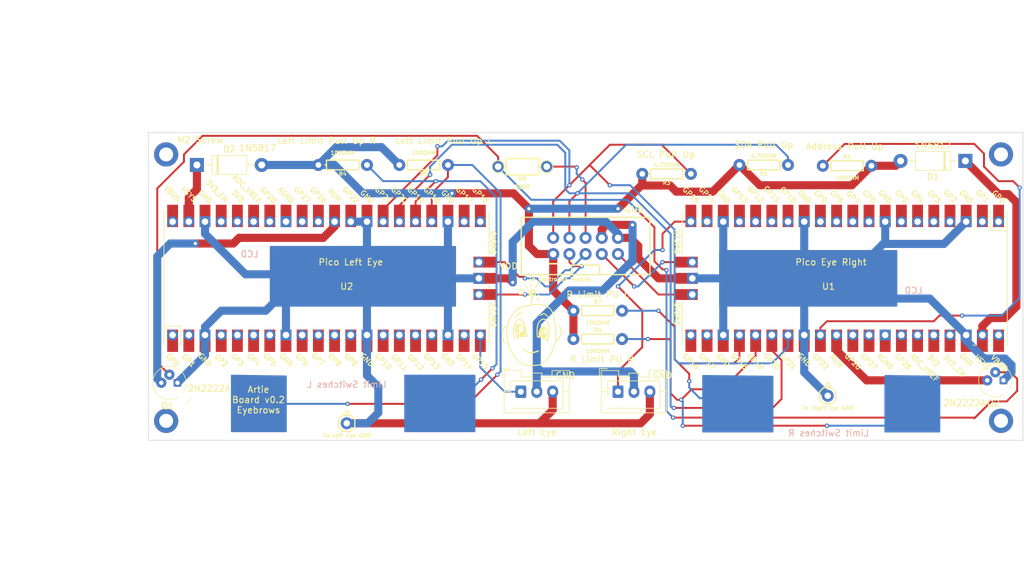
<source format=kicad_pcb>
(kicad_pcb (version 20221018) (generator pcbnew)
  (layers (0 "F.Cu" signal) (31 "B.Cu" signal) (34 "B.Paste" user) (35 "F.Paste" user) (36 "B.SilkS" user "B.Silkscreen") (37 "F.SilkS" user "F.Silkscreen") (38 "B.Mask" user) (39 "F.Mask" user) (44 "Edge.Cuts" user))
  (net 0 "")
  (net 1 "/I2C_SCL")
  (net 2 "/SWCLK_LEFT")
  (net 3 "/I2C_SDA")
  (net 4 "/SWDIO_LEFT")
  (net 5 "/RESET")
  (net 6 "/SWCLK_RIGHT")
  (net 7 "Net-(Q1-B)")
  (net 8 "/SWDIO_RIGHT")
  (net 9 "GND")
  (net 10 "/IRQ_LIMIT_L_U2")
  (net 11 "/IRQ_LIMIT_R_U2")
  (net 12 "/IRQ_LIMIT_L_U1")
  (net 13 "/IRQ_LIMIT_R_U1")
  (net 14 "/PWM_M1")
  (net 15 "/PWM_M2")
  (net 16 "/RUN_LEFT")
  (net 17 "/RUN_RIGHT")
  (net 18 "Net-(R1-1)")
  (net 69 "3.3V")
  (net 70 "5V")
  (net 71 "/VSYS_R")
  (net 72 "/VSYS_L")
  (footprint "digikey-footprints:TO-18-3" (layer "F.Cu") (at 184.912 107.442 180)
    (fp_text reference "Q2")
    (fp_text value "2N2222A")
  )
  (footprint "SparkFun-Connectors:1X01" (layer "F.Cu") (at 81.915 114.173)
    (fp_text reference "J4")
    (fp_text value "To Left Eye GND")
  )
  (footprint "SparkFunResistors:AXIAL-0.3" (layer "F.Cu") (at 121.285 96.52)
    (fp_text reference "R7")
    (fp_text value "10KOHM")
  )
  (footprint "SparkFunResistors:AXIAL-0.3" (layer "F.Cu") (at 121.285 100.965)
    (fp_text reference "R6")
    (fp_text value "10KOHM")
  )
  (footprint "digikey-footprints:TO-18-3" (layer "F.Cu") (at 55.372 107.823 180)
    (fp_text reference "Q1")
    (fp_text value "2N2222A")
  )
  (footprint "MountingHole:MountingHole_2.2mm_M2_DIN965_Pad" (layer "F.Cu") (at 184.531 72.009)
    (fp_text reference "REF**" hide)
    (fp_text value "MountingHole_2.2mm_M2_DIN965_Pad" hide)
  )
  (footprint "Connector_JST:JST_XA_B03B-XASK-1-A_1x03_P2.50mm_Vertical" (layer "F.Cu") (at 124.46 109.22)
    (fp_text reference "M1" hide)
    (fp_text value "SERVO")
  )
  (footprint "SparkFunConnectors:2X5-SHROUDED" (layer "F.Cu") (at 119.38 86.36 90)
    (fp_text reference "J1" hide)
    (fp_text value "To Controller Module")
  )
  (footprint "SparkFunResistors:AXIAL-0.3" (layer "F.Cu") (at 81.28 73.66 180)
    (fp_text reference "R4")
    (fp_text value "10KOHM")
  )
  (footprint "SparkFunResistors:AXIAL-0.3" (layer "F.Cu") (at 93.98 73.66 180)
    (fp_text reference "R5")
    (fp_text value "10KOHM")
  )
  (footprint "MountingHole:MountingHole_2.2mm_M2_DIN965_Pad" (layer "F.Cu") (at 53.594 113.792)
    (fp_text reference "REF**" hide)
    (fp_text value "MountingHole_2.2mm_M2_DIN965_Pad" hide)
  )
  (footprint "SparkFun-Connectors:1X01" (layer "F.Cu") (at 157.353 109.855)
    (fp_text reference "J5")
    (fp_text value "To Right Eye GND")
  )
  (footprint "MountingHole:MountingHole_2.2mm_M2_DIN965_Pad" (layer "F.Cu") (at 53.594 72.009)
    (fp_text reference "REF**" hide)
    (fp_text value "MountingHole_2.2mm_M2_DIN965_Pad" hide)
  )
  (footprint "SparkFunResistors:AXIAL-0.3" (layer "F.Cu") (at 147.32 73.66 180)
    (fp_text reference "R2")
    (fp_text value "4.7KOHM")
  )
  (footprint "SparkFun-Resistors:AXIAL-0.3-KIT" (layer "F.Cu") (at 109.474 73.914 180)
    (fp_text reference "R8")
    (fp_text value "500R")
  )
  (footprint "MountingHole:MountingHole_2.2mm_M2_DIN965_Pad" (layer "F.Cu") (at 184.531 113.792)
    (fp_text reference "REF**" hide)
    (fp_text value "MountingHole_2.2mm_M2_DIN965_Pad" hide)
  )
  (footprint "Diode_THT:D_DO-41_SOD81_P10.16mm_Horizontal" (layer "F.Cu") (at 58.42 73.66)
    (fp_text reference "D2")
    (fp_text value "1N5817")
  )
  (footprint "SparkFunResistors:AXIAL-0.3" (layer "F.Cu") (at 132.08 75.057 180)
    (fp_text reference "R3")
    (fp_text value "4.7KOHM")
  )
  (footprint "artielib:artie-logo" (layer "F.Cu") (at 110.744 98.806)
    (fp_text reference "G***" hide)
    (fp_text value "LOGO" hide)
  )
  (footprint "Connector_JST:JST_XA_B03B-XASK-1-A_1x03_P2.50mm_Vertical" (layer "F.Cu") (at 109.22 109.22)
    (fp_text reference "M2" hide)
    (fp_text value "SERVO")
  )
  (footprint "Diode_THT:D_DO-41_SOD81_P10.16mm_Horizontal" (layer "F.Cu") (at 178.943 73.025 180)
    (fp_text reference "D1")
    (fp_text value "1N5817")
  )
  (footprint "MCU_RaspberryPi_and_Boards:RPi_Pico_SMD_TH" (layer "F.Cu") (at 78.74 91.44 90)
    (fp_text reference "U2")
    (fp_text value "Pico Left Eye")
  )
  (footprint "SparkFunResistors:AXIAL-0.3" (layer "F.Cu") (at 160.401 73.787)
    (fp_text reference "R1")
    (fp_text value "10KOHM")
  )
  (footprint "MCU_RaspberryPi_and_Boards:RPi_Pico_SMD_TH" (layer "F.Cu") (at 160.02 91.44 -90)
    (fp_text reference "U1")
    (fp_text value "Pico Eye Right")
  )
  (gr_line (start 187.96 68.58) (end 50.8 68.58) (stroke (width 0.1)) (layer "Edge.Cuts"))
  (gr_line (start 50.8 68.58) (end 50.8 116.84) (stroke (width 0.1)) (layer "Edge.Cuts"))
  (gr_line (start 50.8 116.84) (end 187.96 116.84) (stroke (width 0.1)) (layer "Edge.Cuts"))
  (gr_line (start 187.96 116.84) (end 187.96 68.58) (stroke (width 0.1)) (layer "Edge.Cuts"))
  (gr_text "Limit Switches R" (at 157.48 115.697) (layer "B.SilkS") (effects (font (size 1 1)) (justify mirror)))
  (gr_text "Limit Switches L" (at 81.915 108.077) (layer "B.SilkS") (effects (font (size 1 1)) (justify mirror)))
  (gr_text "LCD" (at 170.815 93.345) (layer "B.SilkS") (effects (font (size 1 1)) (justify mirror)))
  (gr_text "LCD" (at 66.675 87.63) (layer "B.SilkS") (effects (font (size 1 1)) (justify mirror)))
  (gr_text "Address Pull Up" (at 160.02 70.739) (layer "F.SilkS") (effects (font (size 1 1))))
  (gr_text "R Limit PU R" (at 121.92 104.14) (layer "F.SilkS") (effects (font (size 1 1))))
  (gr_text "SCL Pull Up" (at 131.953 72.009) (layer "F.SilkS") (effects (font (size 1 1))))
  (gr_text "Right Eye" (at 127 115.57) (layer "F.SilkS") (effects (font (size 1 1))))
  (gr_text "Artie\nBoard v0.2\nEyebrows\n" (at 68.072 110.49) (layer "F.SilkS") (effects (font (size 1 1))))
  (gr_text "GND" (at 131.445 106.68) (layer "F.SilkS") (effects (font (size 1 1))))
  (gr_text "GND" (at 127 80.645) (layer "F.SilkS") (effects (font (size 1 1))))
  (gr_text "Left Eye" (at 111.76 115.57) (layer "F.SilkS") (effects (font (size 1 1))))
  (gr_text "GND" (at 116.205 106.68) (layer "F.SilkS") (effects (font (size 1 1))))
  (gr_text "R Limit PU L" (at 121.285 93.98) (layer "F.SilkS") (effects (font (size 1 1))))
  (gr_text "VDD" (at 107.315 89.535) (layer "F.SilkS") (effects (font (size 1 1))))
  (gr_text "M2 Screw" (at 58.928 69.723) (layer "F.SilkS") (effects (font (size 1 1))))
  (gr_text "Left Limit Pull Up L" (at 97.155 69.85) (layer "F.SilkS") (effects (font (size 1 1))))
  (gr_text "SDA Pull Up" (at 147.32 70.485) (layer "F.SilkS") (effects (font (size 1 1))))
  (gr_text "Left Limit Pull Up R" (at 78.74 69.85) (layer "F.SilkS") (effects (font (size 1 1))))
  (segment (start 96.139 72.136) (end 87.63 80.645) (width 0.3048) (layer "F.Cu") (net 1))
  (segment (start 116.84 76.835) (end 120.015 73.66) (width 0.3048) (layer "F.Cu") (net 1))
  (segment (start 120.015 73.66) (end 123.19 76.835) (width 0.3048) (layer "F.Cu") (net 1))
  (segment (start 131.318 70.485) (end 135.89 75.057) (width 0.3048) (layer "F.Cu") (net 1))
  (segment (start 114.3 85.09) (end 114.3 79.375) (width 0.3048) (layer "F.Cu") (net 1))
  (segment (start 96.139 70.739) (end 96.139 72.136) (width 0.3048) (layer "F.Cu") (net 1))
  (segment (start 87.63 80.645) (end 87.63 82.55) (width 0.3048) (layer "F.Cu") (net 1))
  (segment (start 120.015 73.66) (end 123.19 70.485) (width 0.3048) (layer "F.Cu") (net 1))
  (segment (start 114.3 79.375) (end 116.84 76.835) (width 0.3048) (layer "F.Cu") (net 1))
  (segment (start 123.19 70.485) (end 131.318 70.485) (width 0.3048) (layer "F.Cu") (net 1))
  (via (at 116.84 76.835) (size 0.6858) (drill 0.3302) (layers "F.Cu" "B.Cu") (net 1))
  (via (at 96.139 70.739) (size 0.6858) (drill 0.3302) (layers "F.Cu" "B.Cu") (net 1))
  (via (at 123.19 76.835) (size 0.6858) (drill 0.3302) (layers "F.Cu" "B.Cu") (net 1))
  (segment (start 96.901 70.739) (end 97.79 69.85) (width 0.3048) (layer "B.Cu") (net 1))
  (segment (start 151.13 102.235) (end 151.13 100.33) (width 0.3048) (layer "B.Cu") (net 1))
  (segment (start 133.35 104.14) (end 133.985 104.775) (width 0.3048) (layer "B.Cu") (net 1))
  (segment (start 133.985 104.775) (end 148.59 104.775) (width 0.3048) (layer "B.Cu") (net 1))
  (segment (start 115.316 69.85) (end 116.84 71.374) (width 0.3048) (layer "B.Cu") (net 1))
  (segment (start 133.35 83.82) (end 133.35 104.14) (width 0.3048) (layer "B.Cu") (net 1))
  (segment (start 123.19 76.835) (end 126.365 76.835) (width 0.3048) (layer "B.Cu") (net 1))
  (segment (start 126.365 76.835) (end 133.35 83.82) (width 0.3048) (layer "B.Cu") (net 1))
  (segment (start 97.79 69.85) (end 115.316 69.85) (width 0.3048) (layer "B.Cu") (net 1))
  (segment (start 96.139 70.739) (end 96.901 70.739) (width 0.3048) (layer "B.Cu") (net 1))
  (segment (start 116.84 71.374) (end 116.84 76.835) (width 0.3048) (layer "B.Cu") (net 1))
  (segment (start 148.59 104.775) (end 151.13 102.235) (width 0.3048) (layer "B.Cu") (net 1))
  (segment (start 117.475 89.535) (end 116.84 88.9) (width 0.3048) (layer "F.Cu") (net 2))
  (segment (start 118.745 89.535) (end 117.475 89.535) (width 0.3048) (layer "F.Cu") (net 2))
  (segment (start 109.855 93.98) (end 102.64 93.98) (width 0.3048) (layer "F.Cu") (net 2))
  (segment (start 116.84 88.9) (end 116.84 87.63) (width 0.3048) (layer "F.Cu") (net 2))
  (via (at 118.745 89.535) (size 0.6858) (drill 0.3302) (layers "F.Cu" "B.Cu") (net 2))
  (via (at 109.855 93.98) (size 0.6858) (drill 0.3302) (layers "F.Cu" "B.Cu") (net 2))
  (segment (start 113.665 93.98) (end 116.205 91.44) (width 0.3048) (layer "B.Cu") (net 2))
  (segment (start 116.84 91.44) (end 118.745 89.535) (width 0.3048) (layer "B.Cu") (net 2))
  (segment (start 116.205 91.44) (end 116.84 91.44) (width 0.3048) (layer "B.Cu") (net 2))
  (segment (start 109.855 93.98) (end 113.665 93.98) (width 0.3048) (layer "B.Cu") (net 2))
  (segment (start 150.114 104.267) (end 148.59 102.743) (width 0.3048) (layer "F.Cu") (net 3))
  (segment (start 116.84 85.09) (end 116.84 79.375) (width 0.3048) (layer "F.Cu") (net 3))
  (segment (start 116.84 79.375) (end 118.11 78.105) (width 0.3048) (layer "F.Cu") (net 3))
  (segment (start 133.223 111.76) (end 148.717 111.76) (width 0.3048) (layer "F.Cu") (net 3))
  (segment (start 90.17 80.01) (end 90.17 82.55) (width 0.3048) (layer "F.Cu") (net 3))
  (segment (start 150.114 110.363) (end 150.114 104.267) (width 0.3048) (layer "F.Cu") (net 3))
  (segment (start 148.59 102.743) (end 148.59 100.33) (width 0.3048) (layer "F.Cu") (net 3))
  (segment (start 148.717 111.76) (end 148.844 111.633) (width 0.3048) (layer "F.Cu") (net 3))
  (segment (start 94.996 75.184) (end 90.17 80.01) (width 0.3048) (layer "F.Cu") (net 3))
  (segment (start 148.844 111.633) (end 150.114 110.363) (width 0.3048) (layer "F.Cu") (net 3))
  (via (at 118.11 78.105) (size 0.6858) (drill 0.3302) (layers "F.Cu" "B.Cu") (net 3))
  (via (at 133.223 111.76) (size 0.6858) (drill 0.3302) (layers "F.Cu" "B.Cu") (net 3))
  (via (at 94.996 75.184) (size 0.6858) (drill 0.3302) (layers "F.Cu" "B.Cu") (net 3))
  (segment (start 94.996 73.914) (end 98.425 70.485) (width 0.3048) (layer "B.Cu") (net 3))
  (segment (start 132.969 111.76) (end 133.223 111.76) (width 0.3048) (layer "B.Cu") (net 3))
  (segment (start 94.996 75.184) (end 94.996 73.914) (width 0.3048) (layer "B.Cu") (net 3))
  (segment (start 118.11 78.105) (end 126.365 78.105) (width 0.3048) (layer "B.Cu") (net 3))
  (segment (start 132.715 84.455) (end 132.715 111.506) (width 0.3048) (layer "B.Cu") (net 3))
  (segment (start 114.935 70.485) (end 116.1923 71.7423) (width 0.3048) (layer "B.Cu") (net 3))
  (segment (start 132.715 111.506) (end 132.969 111.76) (width 0.3048) (layer "B.Cu") (net 3))
  (segment (start 151.13 72.39) (end 151.13 73.66) (width 0.3048) (layer "B.Cu") (net 3))
  (segment (start 118.11 78.105) (end 125.73 70.485) (width 0.3048) (layer "B.Cu") (net 3))
  (segment (start 149.225 70.485) (end 151.13 72.39) (width 0.3048) (layer "B.Cu") (net 3))
  (segment (start 98.425 70.485) (end 114.935 70.485) (width 0.3048) (layer "B.Cu") (net 3))
  (segment (start 125.73 70.485) (end 149.225 70.485) (width 0.3048) (layer "B.Cu") (net 3))
  (segment (start 116.1923 71.7423) (end 116.1923 77.4573) (width 0.3048) (layer "B.Cu") (net 3))
  (segment (start 126.365 78.105) (end 132.715 84.455) (width 0.3048) (layer "B.Cu") (net 3))
  (segment (start 116.84 78.105) (end 118.11 78.105) (width 0.3048) (layer "B.Cu") (net 3))
  (segment (start 116.1923 77.4573) (end 116.84 78.105) (width 0.3048) (layer "B.Cu") (net 3))
  (segment (start 106.68 88.9) (end 102.64 88.9) (width 0.3048) (layer "F.Cu") (net 4))
  (segment (start 109.6224 91.2074) (end 108.9874 91.2074) (width 0.3048) (layer "F.Cu") (net 4))
  (segment (start 108.9874 91.2074) (end 106.68 88.9) (width 0.3048) (layer "F.Cu") (net 4))
  (segment (start 109.855 91.44) (end 109.6224 91.2074) (width 0.3048) (layer "F.Cu") (net 4))
  (via (at 109.855 91.44) (size 0.6858) (drill 0.3302) (layers "F.Cu" "B.Cu") (net 4))
  (segment (start 116.84 90.17) (end 119.38 87.63) (width 0.3048) (layer "B.Cu") (net 4))
  (segment (start 111.76 91.44) (end 113.03 92.71) (width 0.3048) (layer "B.Cu") (net 4))
  (segment (start 116.205 90.17) (end 116.84 90.17) (width 0.3048) (layer "B.Cu") (net 4))
  (segment (start 109.855 91.44) (end 111.76 91.44) (width 0.3048) (layer "B.Cu") (net 4))
  (segment (start 113.03 92.71) (end 113.665 92.71) (width 0.3048) (layer "B.Cu") (net 4))
  (segment (start 113.665 92.71) (end 116.205 90.17) (width 0.3048) (layer "B.Cu") (net 4))
  (segment (start 117.983 74.041) (end 117.856 73.914) (width 0.3048) (layer "F.Cu") (net 5))
  (segment (start 118.872 75.946) (end 119.38 76.454) (width 0.3048) (layer "F.Cu") (net 5))
  (segment (start 117.856 73.914) (end 113.284 73.914) (width 0.3048) (layer "F.Cu") (net 5))
  (segment (start 119.38 76.454) (end 119.38 85.09) (width 0.3048) (layer "F.Cu") (net 5))
  (via (at 117.983 74.041) (size 0.6858) (drill 0.3302) (layers "F.Cu" "B.Cu") (net 5))
  (via (at 118.872 75.946) (size 0.6858) (drill 0.3302) (layers "F.Cu" "B.Cu") (net 5))
  (segment (start 117.983 75.057) (end 118.872 75.946) (width 0.3048) (layer "B.Cu") (net 5))
  (segment (start 117.983 74.041) (end 117.983 75.057) (width 0.3048) (layer "B.Cu") (net 5))
  (segment (start 121.92 87.63) (end 126.365 92.075) (width 0.3048) (layer "F.Cu") (net 6))
  (segment (start 126.365 92.075) (end 127 92.71) (width 0.3048) (layer "F.Cu") (net 6))
  (segment (start 131.445 88.9) (end 136.12 88.9) (width 0.3048) (layer "F.Cu") (net 6))
  (via (at 127 92.71) (size 0.6858) (drill 0.3302) (layers "F.Cu" "B.Cu") (net 6))
  (via (at 131.445 88.9) (size 0.6858) (drill 0.3302) (layers "F.Cu" "B.Cu") (net 6))
  (segment (start 131.445 88.9) (end 127.635 92.71) (width 0.3048) (layer "B.Cu") (net 6))
  (segment (start 127.635 92.71) (end 127 92.71) (width 0.3048) (layer "B.Cu") (net 6))
  (segment (start 52.197 104.648) (end 52.197 77.343) (width 0.3048) (layer "F.Cu") (net 7))
  (segment (start 133.096 113.284) (end 180.467 113.284) (width 0.3048) (layer "F.Cu") (net 7))
  (segment (start 183.007 110.744) (end 185.42 110.744) (width 0.3048) (layer "F.Cu") (net 7))
  (segment (start 180.34 113.411) (end 183.007 110.744) (width 0.3048) (layer "F.Cu") (net 7))
  (segment (start 130.175 88.773) (end 131.445 90.043) (width 0.3048) (layer "F.Cu") (net 7))
  (segment (start 105.664 72.39) (end 105.664 73.914) (width 0.3048) (layer "F.Cu") (net 7))
  (segment (start 187.071 109.093) (end 187.071 107.188) (width 0.3048) (layer "F.Cu") (net 7))
  (segment (start 131.9408 90.043) (end 132.0678 90.17) (width 0.3048) (layer "F.Cu") (net 7))
  (segment (start 130.175 83.439) (end 130.175 87.884) (width 0.3048) (layer "F.Cu") (net 7))
  (segment (start 185.42 110.744) (end 187.071 109.093) (width 0.3048) (layer "F.Cu") (net 7))
  (segment (start 52.197 77.343) (end 56.388 73.152) (width 0.3048) (layer "F.Cu") (net 7))
  (segment (start 127.381 80.645) (end 130.175 83.439) (width 0.3048) (layer "F.Cu") (net 7))
  (segment (start 56.388 73.152) (end 56.388 72.009) (width 0.3048) (layer "F.Cu") (net 7))
  (segment (start 131.445 90.043) (end 131.9408 90.043) (width 0.3048) (layer "F.Cu") (net 7))
  (segment (start 187.071 107.188) (end 186.055 106.172) (width 0.3048) (layer "F.Cu") (net 7))
  (segment (start 130.175 87.884) (end 130.175 88.773) (width 0.3048) (layer "F.Cu") (net 7))
  (segment (start 102.362 69.088) (end 105.664 72.39) (width 0.3048) (layer "F.Cu") (net 7))
  (segment (start 56.388 72.009) (end 59.309 69.088) (width 0.3048) (layer "F.Cu") (net 7))
  (segment (start 59.309 69.088) (end 102.362 69.088) (width 0.3048) (layer "F.Cu") (net 7))
  (segment (start 186.055 106.172) (end 183.642 106.172) (width 0.3048) (layer "F.Cu") (net 7))
  (segment (start 180.467 113.284) (end 183.007 110.744) (width 0.3048) (layer "F.Cu") (net 7))
  (segment (start 54.102 106.553) (end 52.197 104.648) (width 0.3048) (layer "F.Cu") (net 7))
  (via (at 127.381 80.645) (size 0.6858) (drill 0.3302) (layers "F.Cu" "B.Cu") (net 7))
  (via (at 132.0678 90.17) (size 0.6858) (drill 0.3302) (layers "F.Cu" "B.Cu") (net 7))
  (via (at 133.096 113.284) (size 0.6858) (drill 0.3302) (layers "F.Cu" "B.Cu") (net 7))
  (segment (start 125.857 79.121) (end 110.871 79.121) (width 0.3048) (layer "B.Cu") (net 7))
  (segment (start 110.871 79.121) (end 105.664 73.914) (width 0.3048) (layer "B.Cu") (net 7))
  (segment (start 132.0678 112.2558) (end 133.096 113.284) (width 0.3048) (layer "B.Cu") (net 7))
  (segment (start 127.381 80.645) (end 125.857 79.121) (width 0.3048) (layer "B.Cu") (net 7))
  (segment (start 132.0678 90.17) (end 132.0678 112.2558) (width 0.3048) (layer "B.Cu") (net 7))
  (segment (start 130.81 93.98) (end 136.12 93.98) (width 0.3048) (layer "F.Cu") (net 8))
  (segment (start 124.46 87.63) (end 130.81 93.98) (width 0.3048) (layer "F.Cu") (net 8))
  (segment (start 107.95 92.075) (end 107.315 91.44) (width 1.27) (layer "F.Cu") (net 9))
  (segment (start 127.635 86.36) (end 127.635 88.265) (width 1.27) (layer "F.Cu") (net 9))
  (segment (start 130.81 91.44) (end 136.119997 91.44) (width 1.27) (layer "F.Cu") (net 9))
  (segment (start 127.635 88.265) (end 130.81 91.44) (width 1.27) (layer "F.Cu") (net 9))
  (segment (start 126.365 85.09) (end 124.46 85.09) (width 1.27) (layer "F.Cu") (net 9))
  (segment (start 129.46 112.729) (end 129.46 109.22) (width 1.27) (layer "F.Cu") (net 9))
  (segment (start 127.635 86.36) (end 126.365 85.09) (width 1.27) (layer "F.Cu") (net 9))
  (segment (start 112.141 114.173) (end 114.22 112.094) (width 1.27) (layer "F.Cu") (net 9))
  (segment (start 81.915 114.173) (end 112.141 114.173) (width 1.27) (layer "F.Cu") (net 9))
  (segment (start 128.016 114.173) (end 129.46 112.729) (width 1.27) (layer "F.Cu") (net 9))
  (segment (start 112.141 114.173) (end 128.016 114.173) (width 1.27) (layer "F.Cu") (net 9))
  (segment (start 107.315 91.44) (end 102.64 91.44) (width 1.27) (layer "F.Cu") (net 9))
  (segment (start 114.22 112.094) (end 114.22 109.22) (width 1.27) (layer "F.Cu") (net 9))
  (via (at 107.95 92.075) (size 1) (drill 0.5) (layers "F.Cu" "B.Cu") (net 9))
  (segment (start 179.07 100.33) (end 173.355 94.615) (width 1.27) (layer "B.Cu") (net 9))
  (segment (start 153.67 100.33) (end 153.67 82.55) (width 1.27) (layer "B.Cu") (net 9))
  (segment (start 85.09 90.805) (end 85.09 90.17) (width 1.27) (layer "B.Cu") (net 9))
  (segment (start 85.09 100.33) (end 85.09 90.805) (width 1.27) (layer "B.Cu") (net 9))
  (segment (start 107.95 92.075) (end 107.95 85.725) (width 1.27) (layer "B.Cu") (net 9))
  (segment (start 86.868 112.522) (end 85.217 114.173) (width 1.27) (layer "B.Cu") (net 9))
  (segment (start 85.09 100.33) (end 85.09 106.68) (width 1.27) (layer "B.Cu") (net 9))
  (segment (start 175.5775 86.0425) (end 166.0525 86.0425) (width 1.27) (layer "B.Cu") (net 9))
  (segment (start 179.07 101.219) (end 181.864 104.013) (width 1.27) (layer "B.Cu") (net 9))
  (segment (start 72.39 93.345) (end 74.93 90.805) (width 1.27) (layer "B.Cu") (net 9))
  (segment (start 173.355 94.615) (end 172.72 94.615) (width 1.27) (layer "B.Cu") (net 9))
  (segment (start 102.640003 91.44) (end 97.79 91.44) (width 1.27) (layer "B.Cu") (net 9))
  (segment (start 153.67 100.33) (end 153.67 106.172) (width 1.27) (layer "B.Cu") (net 9))
  (segment (start 97.79 100.33) (end 97.79 91.44) (width 1.27) (layer "B.Cu") (net 9))
  (segment (start 59.69 103.505) (end 59.69 100.33) (width 1.27) (layer "B.Cu") (net 9))
  (segment (start 186.182 105.029) (end 186.182 106.172) (width 1.27) (layer "B.Cu") (net 9))
  (segment (start 97.79 82.55) (end 97.79 91.44) (width 1.27) (layer "B.Cu") (net 9))
  (segment (start 136.119997 91.44) (end 140.97 91.44) (width 1.27) (layer "B.Cu") (net 9))
  (segment (start 85.725 91.44) (end 85.09 90.805) (width 1.27) (layer "B.Cu") (net 9))
  (segment (start 97.79 91.44) (end 85.725 91.44) (width 1.27) (layer "B.Cu") (net 9))
  (segment (start 59.69 82.55) (end 59.69 84.455) (width 1.27) (layer "B.Cu") (net 9))
  (segment (start 160.655 91.44) (end 166.0525 86.0425) (width 1.27) (layer "B.Cu") (net 9))
  (segment (start 179.07 82.55) (end 175.5775 86.0425) (width 1.27) (layer "B.Cu") (net 9))
  (segment (start 59.69 100.33) (end 59.69 99.06) (width 1.27) (layer "B.Cu") (net 9))
  (segment (start 86.868 108.458) (end 86.868 112.522) (width 1.27) (layer "B.Cu") (net 9))
  (segment (start 62.23 96.52) (end 69.215 96.52) (width 1.27) (layer "B.Cu") (net 9))
  (segment (start 69.215 96.52) (end 72.39 93.345) (width 1.27) (layer "B.Cu") (net 9))
  (segment (start 111.125 82.55) (end 122.555 82.55) (width 1.27) (layer "B.Cu") (net 9))
  (segment (start 166.37 85.725) (end 166.37 82.55) (width 1.27) (layer "B.Cu") (net 9))
  (segment (start 59.69 84.455) (end 62.23 86.995) (width 1.27) (layer "B.Cu") (net 9))
  (segment (start 85.09 106.68) (end 86.868 108.458) (width 1.27) (layer "B.Cu") (net 9))
  (segment (start 124.46 84.455) (end 124.46 85.09) (width 1.27) (layer "B.Cu") (net 9))
  (segment (start 72.39 100.33) (end 72.39 93.345) (width 1.27) (layer "B.Cu") (net 9))
  (segment (start 140.97 91.44) (end 140.97 100.33) (width 1.27) (layer "B.Cu") (net 9))
  (segment (start 186.182 106.172) (end 184.912 107.442) (width 1.27) (layer "B.Cu") (net 9))
  (segment (start 62.23 86.995) (end 66.04 90.805) (width 1.27) (layer "B.Cu") (net 9))
  (segment (start 153.67 106.172) (end 157.353 109.855) (width 1.27) (layer "B.Cu") (net 9))
  (segment (start 166.0525 86.0425) (end 166.37 85.725) (width 1.27) (layer "B.Cu") (net 9))
  (segment (start 85.09 82.55) (end 85.09 90.17) (width 1.27) (layer "B.Cu") (net 9))
  (segment (start 181.864 104.013) (end 185.166 104.013) (width 1.27) (layer "B.Cu") (net 9))
  (segment (start 74.93 90.805) (end 85.09 90.805) (width 1.27) (layer "B.Cu") (net 9))
  (segment (start 55.372 107.823) (end 59.69 103.505) (width 1.27) (layer "B.Cu") (net 9))
  (segment (start 85.09 82.55) (end 82.55 82.55) (width 1.27) (layer "B.Cu") (net 9))
  (segment (start 140.97 82.55) (end 140.97 91.44) (width 1.27) (layer "B.Cu") (net 9))
  (segment (start 85.217 114.173) (end 81.915 114.173) (width 1.27) (layer "B.Cu") (net 9))
  (segment (start 59.69 99.06) (end 62.23 96.52) (width 1.27) (layer "B.Cu") (net 9))
  (segment (start 172.72 94.615) (end 163.83 94.615) (width 1.27) (layer "B.Cu") (net 9))
  (segment (start 160.655 91.44) (end 140.97 91.44) (width 1.27) (layer "B.Cu") (net 9))
  (segment (start 185.166 104.013) (end 186.182 105.029) (width 1.27) (layer "B.Cu") (net 9))
  (segment (start 179.07 100.33) (end 179.07 101.219) (width 1.27) (layer "B.Cu") (net 9))
  (segment (start 107.95 85.725) (end 111.125 82.55) (width 1.27) (layer "B.Cu") (net 9))
  (segment (start 66.04 90.805) (end 74.93 90.805) (width 1.27) (layer "B.Cu") (net 9))
  (segment (start 122.555 82.55) (end 124.46 84.455) (width 1.27) (layer "B.Cu") (net 9))
  (segment (start 163.83 94.615) (end 160.655 91.44) (width 1.27) (layer "B.Cu") (net 9))
  (segment (start 95.25 78.105) (end 95.25 82.55) (width 0.3048) (layer "F.Cu") (net 10))
  (segment (start 97.79 73.66) (end 97.79 75.565) (width 0.3048) (layer "F.Cu") (net 10))
  (segment (start 97.79 75.565) (end 95.25 78.105) (width 0.3048) (layer "F.Cu") (net 10))
  (segment (start 100.965 111.125) (end 105.537 106.553) (width 0.3048) (layer "F.Cu") (net 10))
  (segment (start 82.042 111.125) (end 100.965 111.125) (width 0.3048) (layer "F.Cu") (net 10))
  (via (at 105.537 106.553) (size 0.6858) (drill 0.3302) (layers "F.Cu" "B.Cu") (net 10))
  (via (at 82.042 111.125) (size 0.6858) (drill 0.3302) (layers "F.Cu" "B.Cu") (net 10))
  (segment (start 106.045 106.045) (end 105.537 106.553) (width 0.3048) (layer "B.Cu") (net 10))
  (segment (start 82.042 111.125) (end 67.945 111.125) (width 0.3048) (layer "B.Cu") (net 10))
  (segment (start 106.045 78.105) (end 106.045 106.045) (width 0.3048) (layer "B.Cu") (net 10))
  (segment (start 97.79 73.66) (end 101.6 73.66) (width 0.3048) (layer "B.Cu") (net 10))
  (segment (start 101.6 73.66) (end 106.045 78.105) (width 0.3048) (layer "B.Cu") (net 10))
  (segment (start 92.71 79.375) (end 95.885 76.2) (width 0.3048) (layer "F.Cu") (net 11))
  (segment (start 92.71 82.55) (end 92.71 79.375) (width 0.3048) (layer "F.Cu") (net 11))
  (segment (start 102.997 107.315) (end 104.775 105.537) (width 0.3048) (layer "F.Cu") (net 11))
  (via (at 104.775 105.537) (size 0.6858) (drill 0.3302) (layers "F.Cu" "B.Cu") (net 11))
  (via (at 102.997 107.315) (size 0.6858) (drill 0.3302) (layers "F.Cu" "B.Cu") (net 11))
  (via (at 95.885 76.2) (size 0.6858) (drill 0.3302) (layers "F.Cu" "B.Cu") (net 11))
  (segment (start 105.41 78.74) (end 102.87 76.2) (width 0.3048) (layer "B.Cu") (net 11))
  (segment (start 95.885 76.2) (end 87.63 76.2) (width 0.3048) (layer "B.Cu") (net 11))
  (segment (start 104.775 105.537) (end 105.41 104.902) (width 0.3048) (layer "B.Cu") (net 11))
  (segment (start 102.87 76.2) (end 95.885 76.2) (width 0.3048) (layer "B.Cu") (net 11))
  (segment (start 101.092 109.22) (end 96.774 109.22) (width 0.3048) (layer "B.Cu") (net 11))
  (segment (start 105.41 104.902) (end 105.41 78.74) (width 0.3048) (layer "B.Cu") (net 11))
  (segment (start 87.63 76.2) (end 85.09 73.66) (width 0.3048) (layer "B.Cu") (net 11))
  (segment (start 102.997 107.315) (end 101.092 109.22) (width 0.3048) (layer "B.Cu") (net 11))
  (segment (start 135.636 106.426) (end 135.636 107.569) (width 0.3048) (layer "F.Cu") (net 12))
  (segment (start 133.985 104.775) (end 142.621 104.775) (width 0.3048) (layer "F.Cu") (net 12))
  (segment (start 133.35 99.06) (end 133.35 104.14) (width 0.3048) (layer "F.Cu") (net 12))
  (segment (start 143.51 103.886) (end 143.51 100.33) (width 0.3048) (layer "F.Cu") (net 12))
  (segment (start 133.985 104.775) (end 135.636 106.426) (width 0.3048) (layer "F.Cu") (net 12))
  (segment (start 133.35 104.14) (end 133.985 104.775) (width 0.3048) (layer "F.Cu") (net 12))
  (segment (start 142.621 104.775) (end 143.51 103.886) (width 0.3048) (layer "F.Cu") (net 12))
  (segment (start 130.81 96.52) (end 133.35 99.06) (width 0.3048) (layer "F.Cu") (net 12))
  (via (at 130.81 96.52) (size 0.6858) (drill 0.3302) (layers "F.Cu" "B.Cu") (net 12))
  (via (at 135.636 107.569) (size 0.6858) (drill 0.3302) (layers "F.Cu" "B.Cu") (net 12))
  (segment (start 137.16 110.109) (end 137.287 110.236) (width 0.3048) (layer "B.Cu") (net 12))
  (segment (start 130.81 96.52) (end 125.095 96.52) (width 0.3048) (layer "B.Cu") (net 12))
  (segment (start 137.287 110.236) (end 144.653 110.236) (width 0.3048) (layer "B.Cu") (net 12))
  (segment (start 135.636 108.585) (end 137.16 110.109) (width 0.3048) (layer "B.Cu") (net 12))
  (segment (start 135.636 107.569) (end 135.636 108.585) (width 0.3048) (layer "B.Cu") (net 12))
  (segment (start 134.62 114.554) (end 157.226 114.554) (width 0.3048) (layer "F.Cu") (net 13))
  (segment (start 140.843 108.839) (end 146.05 103.632) (width 0.3048) (layer "F.Cu") (net 13))
  (segment (start 129.159 100.965) (end 132.461 100.965) (width 0.3048) (layer "F.Cu") (net 13))
  (segment (start 136.017 108.839) (end 140.843 108.839) (width 0.3048) (layer "F.Cu") (net 13))
  (segment (start 132.715 109.474) (end 133.731 110.49) (width 0.3048) (layer "F.Cu") (net 13))
  (segment (start 132.461 100.965) (end 132.715 101.219) (width 0.3048) (layer "F.Cu") (net 13))
  (segment (start 146.05 103.632) (end 146.05 100.33) (width 0.3048) (layer "F.Cu") (net 13))
  (segment (start 132.715 101.219) (end 132.715 109.474) (width 0.3048) (layer "F.Cu") (net 13))
  (segment (start 134.366 110.49) (end 136.017 108.839) (width 0.3048) (layer "F.Cu") (net 13))
  (segment (start 133.731 110.49) (end 134.366 110.49) (width 0.3048) (layer "F.Cu") (net 13))
  (via (at 134.366 110.49) (size 0.6858) (drill 0.3302) (layers "F.Cu" "B.Cu") (net 13))
  (via (at 129.159 100.965) (size 0.6858) (drill 0.3302) (layers "F.Cu" "B.Cu") (net 13))
  (via (at 157.226 114.554) (size 0.6858) (drill 0.3302) (layers "F.Cu" "B.Cu") (net 13))
  (via (at 134.62 114.554) (size 0.6858) (drill 0.3302) (layers "F.Cu" "B.Cu") (net 13))
  (segment (start 157.226 114.554) (end 168.148 114.554) (width 0.3048) (layer "B.Cu") (net 13))
  (segment (start 168.148 114.554) (end 170.561 112.141) (width 0.3048) (layer "B.Cu") (net 13))
  (segment (start 134.366 110.49) (end 134.62 110.744) (width 0.3048) (layer "B.Cu") (net 13))
  (segment (start 129.159 100.965) (end 125.095 100.965) (width 0.3048) (layer "B.Cu") (net 13))
  (segment (start 134.62 110.744) (end 134.62 114.554) (width 0.3048) (layer "B.Cu") (net 13))
  (segment (start 124.46 106.045) (end 128.27 102.235) (width 0.3048) (layer "F.Cu") (net 14))
  (segment (start 131.445 86.995) (end 131.445 84.455) (width 0.3048) (layer "F.Cu") (net 14))
  (segment (start 124.46 109.22) (end 124.46 106.045) (width 0.3048) (layer "F.Cu") (net 14))
  (segment (start 128.27 96.52) (end 124.46 92.71) (width 0.3048) (layer "F.Cu") (net 14))
  (segment (start 133.35 82.55) (end 135.89 82.55) (width 0.3048) (layer "F.Cu") (net 14))
  (segment (start 128.27 102.235) (end 128.27 96.52) (width 0.3048) (layer "F.Cu") (net 14))
  (segment (start 131.445 84.455) (end 133.35 82.55) (width 0.3048) (layer "F.Cu") (net 14))
  (via (at 124.46 92.71) (size 0.6858) (drill 0.3302) (layers "F.Cu" "B.Cu") (net 14))
  (via (at 131.445 86.995) (size 0.6858) (drill 0.3302) (layers "F.Cu" "B.Cu") (net 14))
  (segment (start 131.445 86.995) (end 130.175 86.995) (width 0.3048) (layer "B.Cu") (net 14))
  (segment (start 130.175 86.995) (end 124.46 92.71) (width 0.3048) (layer "B.Cu") (net 14))
  (segment (start 106.68 109.22) (end 102.87 105.41) (width 0.3048) (layer "B.Cu") (net 15))
  (segment (start 102.87 105.41) (end 102.87 100.33) (width 0.3048) (layer "B.Cu") (net 15))
  (segment (start 109.22 109.22) (end 106.68 109.22) (width 0.3048) (layer "B.Cu") (net 15))
  (segment (start 64.135 85.979) (end 65.024 85.09) (width 1.27) (layer "F.Cu") (net 16))
  (segment (start 58.166 85.979) (end 64.135 85.979) (width 1.27) (layer "F.Cu") (net 16))
  (segment (start 65.024 85.09) (end 78.232 85.09) (width 1.27) (layer "F.Cu") (net 16))
  (segment (start 80.01 83.312) (end 80.01 82.55) (width 1.27) (layer "F.Cu") (net 16))
  (segment (start 78.232 85.09) (end 80.01 83.312) (width 1.27) (layer "F.Cu") (net 16))
  (via (at 58.166 85.979) (size 1) (drill 0.5) (layers "F.Cu" "B.Cu") (net 16))
  (segment (start 54.229 85.979) (end 58.166 85.979) (width 1.27) (layer "B.Cu") (net 16))
  (segment (start 52.832 107.823) (end 52.197 107.188) (width 1.27) (layer "B.Cu") (net 16))
  (segment (start 52.197 107.188) (end 52.197 88.011) (width 1.27) (layer "B.Cu") (net 16))
  (segment (start 52.197 88.011) (end 54.229 85.979) (width 1.27) (layer "B.Cu") (net 16))
  (segment (start 163.449 107.442) (end 182.372 107.442) (width 1.27) (layer "F.Cu") (net 17))
  (segment (start 158.75 102.743) (end 163.449 107.442) (width 1.27) (layer "F.Cu") (net 17))
  (segment (start 158.75 100.33) (end 158.75 102.743) (width 1.27) (layer "F.Cu") (net 17))
  (segment (start 157.226 98.171) (end 156.21 99.187) (width 0.3048) (layer "F.Cu") (net 18))
  (segment (start 160.147 70.358) (end 180.34 70.358) (width 0.3048) (layer "F.Cu") (net 18))
  (segment (start 173.99 98.171) (end 157.226 98.171) (width 0.3048) (layer "F.Cu") (net 18))
  (segment (start 181.864 71.882) (end 181.864 73.914) (width 0.3048) (layer "F.Cu") (net 18))
  (segment (start 184.15 76.2) (end 186.436 76.2) (width 0.3048) (layer "F.Cu") (net 18))
  (segment (start 181.864 73.914) (end 183.388 75.438) (width 0.3048) (layer "F.Cu") (net 18))
  (segment (start 156.591 73.787) (end 160.02 70.358) (width 0.3048) (layer "F.Cu") (net 18))
  (segment (start 174.879 97.282) (end 173.99 98.171) (width 0.3048) (layer "F.Cu") (net 18))
  (segment (start 160.02 70.358) (end 160.147 70.358) (width 0.3048) (layer "F.Cu") (net 18))
  (segment (start 181.102 71.12) (end 181.864 71.882) (width 0.3048) (layer "F.Cu") (net 18))
  (segment (start 186.436 76.2) (end 187.325 77.089) (width 0.3048) (layer "F.Cu") (net 18))
  (segment (start 187.325 77.089) (end 187.452 77.216) (width 0.3048) (layer "F.Cu") (net 18))
  (segment (start 178.435 97.282) (end 174.879 97.282) (width 0.3048) (layer "F.Cu") (net 18))
  (segment (start 180.34 70.358) (end 181.102 71.12) (width 0.3048) (layer "F.Cu") (net 18))
  (segment (start 183.388 75.438) (end 184.15 76.2) (width 0.3048) (layer "F.Cu") (net 18))
  (segment (start 156.21 99.187) (end 156.21 100.33) (width 0.3048) (layer "F.Cu") (net 18))
  (via (at 178.435 97.282) (size 0.6858) (drill 0.3302) (layers "F.Cu" "B.Cu") (net 18))
  (via (at 187.452 77.216) (size 0.6858) (drill 0.3302) (layers "F.Cu" "B.Cu") (net 18))
  (segment (start 187.452 77.216) (end 187.452 94.488) (width 0.3048) (layer "B.Cu") (net 18))
  (segment (start 184.658 97.282) (end 178.435 97.282) (width 0.3048) (layer "B.Cu") (net 18))
  (segment (start 187.452 94.488) (end 185.166 96.774) (width 0.3048) (layer "B.Cu") (net 18))
  (segment (start 185.166 96.774) (end 184.658 97.282) (width 0.3048) (layer "B.Cu") (net 18))
  (segment (start 114.3 87.63) (end 111.76 87.63) (width 1.27) (layer "F.Cu") (net 69))
  (segment (start 128.27 76.708) (end 128.27 75.057) (width 1.27) (layer "F.Cu") (net 69))
  (segment (start 164.211 73.787) (end 168.021 73.787) (width 1.27) (layer "F.Cu") (net 69))
  (segment (start 132.6348 76.8818) (end 133.604 77.851) (width 1.27) (layer "F.Cu") (net 69))
  (segment (start 161.163 76.835) (end 164.211 73.787) (width 1.27) (layer "F.Cu") (net 69))
  (segment (start 128.27 76.708) (end 128.4438 76.8818) (width 1.27) (layer "F.Cu") (net 69))
  (segment (start 128.4438 76.8818) (end 132.6348 76.8818) (width 1.27) (layer "F.Cu") (net 69))
  (segment (start 110.49 80.518) (end 108.077 78.105) (width 1.27) (layer "F.Cu") (net 69))
  (segment (start 133.604 77.851) (end 139.319 77.851) (width 1.27) (layer "F.Cu") (net 69))
  (segment (start 114.3 93.345) (end 117.475 96.52) (width 1.27) (layer "F.Cu") (net 69))
  (segment (start 108.077 78.105) (end 98.425 78.105) (width 1.27) (layer "F.Cu") (net 69))
  (segment (start 117.475 100.965) (end 117.475 96.52) (width 1.27) (layer "F.Cu") (net 69))
  (segment (start 161.163 76.835) (end 146.685 76.835) (width 1.27) (layer "F.Cu") (net 69))
  (segment (start 114.3 87.63) (end 114.3 93.345) (width 1.27) (layer "F.Cu") (net 69))
  (segment (start 139.319 77.851) (end 143.51 73.66) (width 1.27) (layer "F.Cu") (net 69))
  (segment (start 111.76 87.63) (end 110.49 86.36) (width 1.27) (layer "F.Cu") (net 69))
  (segment (start 110.49 86.36) (end 110.49 80.518) (width 1.27) (layer "F.Cu") (net 69))
  (segment (start 168.021 73.787) (end 168.783 73.025) (width 1.27) (layer "F.Cu") (net 69))
  (segment (start 146.685 76.835) (end 143.51 73.66) (width 1.27) (layer "F.Cu") (net 69))
  (segment (start 124.46 80.518) (end 128.27 76.708) (width 1.27) (layer "F.Cu") (net 69))
  (via (at 124.46 80.518) (size 1) (drill 0.5) (layers "F.Cu" "B.Cu") (net 69))
  (via (at 98.425 78.105) (size 1) (drill 0.5) (layers "F.Cu" "B.Cu") (net 69))
  (via (at 110.49 80.518) (size 1) (drill 0.5) (layers "F.Cu" "B.Cu") (net 69))
  (segment (start 87.376 70.866) (end 90.17 73.66) (width 1.27) (layer "B.Cu") (net 69))
  (segment (start 77.47 73.66) (end 79.375 73.66) (width 1.27) (layer "B.Cu") (net 69))
  (segment (start 80.264 70.866) (end 87.376 70.866) (width 1.27) (layer "B.Cu") (net 69))
  (segment (start 77.47 73.66) (end 80.01 73.66) (width 1.27) (layer "B.Cu") (net 69))
  (segment (start 77.47 73.66) (end 80.264 70.866) (width 1.27) (layer "B.Cu") (net 69))
  (segment (start 84.455 78.105) (end 98.425 78.105) (width 1.27) (layer "B.Cu") (net 69))
  (segment (start 80.01 73.66) (end 84.455 78.105) (width 1.27) (layer "B.Cu") (net 69))
  (segment (start 124.46 80.518) (end 110.49 80.518) (width 1.27) (layer "B.Cu") (net 69))
  (segment (start 77.47 73.66) (end 68.58 73.66) (width 1.27) (layer "B.Cu") (net 69))
  (segment (start 121.92 83.760923) (end 122.622923 83.058) (width 1.27) (layer "F.Cu") (net 70))
  (segment (start 121.92 85.09) (end 121.92 83.760923) (width 1.27) (layer "F.Cu") (net 70))
  (segment (start 122.622923 83.058) (end 126.746 83.058) (width 1.27) (layer "F.Cu") (net 70))
  (via (at 126.746 83.058) (size 1) (drill 0.5) (layers "F.Cu" "B.Cu") (net 70))
  (segment (start 111.72 98.465) (end 111.72 105.37) (width 1.27) (layer "B.Cu") (net 70))
  (segment (start 126.746 88.773) (end 126.619 88.773) (width 1.27) (layer "B.Cu") (net 70))
  (segment (start 126.365 106.045) (end 126.96 106.64) (width 1.27) (layer "B.Cu") (net 70))
  (segment (start 122.047 93.345) (end 116.84 93.345) (width 1.27) (layer "B.Cu") (net 70))
  (segment (start 112.395 106.045) (end 126.365 106.045) (width 1.27) (layer "B.Cu") (net 70))
  (segment (start 126.746 83.058) (end 126.746 88.773) (width 1.27) (layer "B.Cu") (net 70))
  (segment (start 111.72 105.37) (end 112.395 106.045) (width 1.27) (layer "B.Cu") (net 70))
  (segment (start 116.84 93.345) (end 111.72 98.465) (width 1.27) (layer "B.Cu") (net 70))
  (segment (start 126.96 106.64) (end 126.96 109.22) (width 1.27) (layer "B.Cu") (net 70))
  (segment (start 111.72 105.37) (end 111.72 109.22) (width 1.27) (layer "B.Cu") (net 70))
  (segment (start 126.619 88.773) (end 122.047 93.345) (width 1.27) (layer "B.Cu") (net 70))
  (segment (start 182.88 97.663) (end 181.61 98.933) (width 1.27) (layer "F.Cu") (net 71))
  (segment (start 181.61 98.933) (end 181.61 100.33) (width 1.27) (layer "F.Cu") (net 71))
  (segment (start 185.166 97.663) (end 182.88 97.663) (width 1.27) (layer "F.Cu") (net 71))
  (segment (start 185.674 78.232) (end 186.944 79.502) (width 1.27) (layer "F.Cu") (net 71))
  (segment (start 186.944 79.502) (end 186.944 95.885) (width 1.27) (layer "F.Cu") (net 71))
  (segment (start 186.944 95.885) (end 185.166 97.663) (width 1.27) (layer "F.Cu") (net 71))
  (segment (start 178.943 73.025) (end 184.15 78.232) (width 1.27) (layer "F.Cu") (net 71))
  (segment (start 184.15 78.232) (end 185.674 78.232) (width 1.27) (layer "F.Cu") (net 71))
  (segment locked (start 58.42 77.47) (end 57.15 78.74) (width 1.27) (layer "F.Cu") (net 72))
  (segment locked (start 57.15 78.74) (end 57.15 82.55) (width 1.27) (layer "F.Cu") (net 72))
  (segment locked (start 58.42 73.66) (end 58.42 77.47) (width 1.27) (layer "F.Cu") (net 72))
  (zone (net 9) (net_name "GND") (layer "B.Cu") (name "GroundPour2") (connect_pads (clearance 0.508)) (min_thickness 0.254) (fill yes (thermal_gap 0.508) (thermal_bridge_width 0.508))
    (polygon (pts (xy 168.275 95.885) (xy 140.335 95.885) (xy 140.335 86.995) (xy 168.275 86.995)))
  )
  (zone (net 10) (net_name "/IRQ_LIMIT_L_U2") (layer "B.Cu") (name "LEFT_LIMIT_L") (connect_pads (clearance 0.508)) (min_thickness 0.25) (fill yes (thermal_gap 0.5) (thermal_bridge_width 0.5))
    (polygon (pts (xy 63.754 106.553) (xy 63.754 115.57) (xy 72.517 115.57) (xy 72.517 106.68)))
  )
  (zone (net 13) (net_name "/IRQ_LIMIT_R_U1") (layer "B.Cu") (name "RIGHT_LIMIT_R") (connect_pads (clearance 0.508)) (min_thickness 0.25) (fill yes (thermal_gap 0.5) (thermal_bridge_width 0.5))
    (polygon (pts (xy 166.244227 106.595351) (xy 166.244227 115.612351) (xy 175.007227 115.612351) (xy 175.007227 106.722351)))
  )
  (zone (net 12) (net_name "/IRQ_LIMIT_L_U1") (layer "B.Cu") (name "RIGHT_LIMIT_L") (connect_pads (clearance 0.508)) (min_thickness 0.25) (fill yes (thermal_gap 0.5) (thermal_bridge_width 0.5))
    (polygon (pts (xy 137.668 106.596685) (xy 137.668 115.613685) (xy 148.844 115.613685) (xy 148.844 106.723685)))
  )
  (zone (net 9) (net_name "GND") (layer "B.Cu") (name "GroundPour1") (connect_pads (clearance 0.508)) (min_thickness 0.254) (fill yes (thermal_gap 0.508) (thermal_bridge_width 0.508))
    (polygon (pts (xy 99.06 95.885) (xy 69.85 95.885) (xy 69.85 86.36) (xy 99.06 86.36)))
  )
  (zone (net 11) (net_name "/IRQ_LIMIT_R_U2") (layer "B.Cu") (name "LEFT_LIMIT_R") (priority 1) (connect_pads (clearance 0.508)) (min_thickness 0.25) (fill yes (thermal_gap 0.5) (thermal_bridge_width 0.5))
    (polygon (pts (xy 90.932 106.553) (xy 90.932 115.57) (xy 102.108 115.57) (xy 102.108 106.553)))
  )
)
</source>
